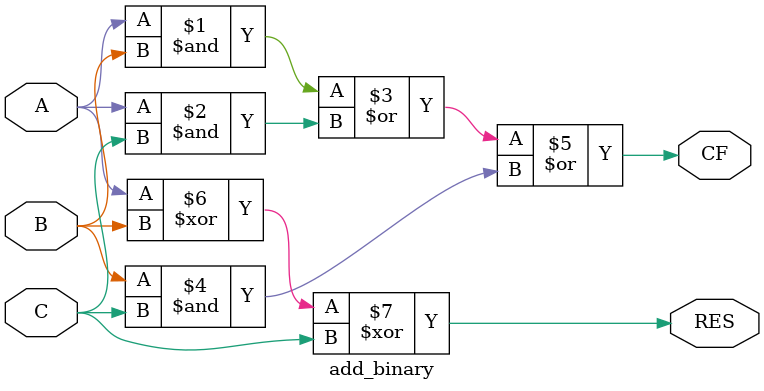
<source format=v>

module add_binary(input A, B, C,
	output CF, RES);
	assign CF  = (A&B) | (A&C) | (B&C);
	assign RES = A ^ B ^ C;
	//{USE ADDER} assign {CF, RES} = A + B + C;
endmodule

</source>
